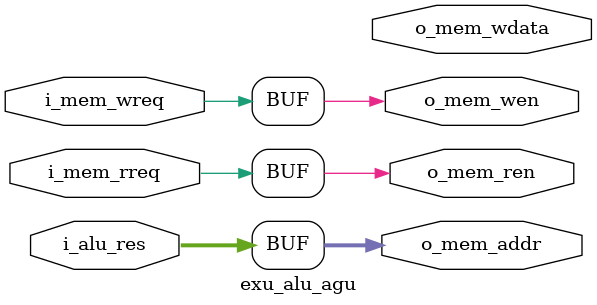
<source format=v>
 /*                                                                      
 Copyright 2025 Haoyu Tang, haoyu.tang@hotmail.com
                                                                         
 Licensed under the Apache License, Version 2.0 (the "License");         
 you may not use this file except in compliance with the License.        
 You may obtain a copy of the License at                                 
                                                                         
     http://www.apache.org/licenses/LICENSE-2.0                          
                                                                         
 Unless required by applicable law or agreed to in writing, software    
 distributed under the License is distributed on an "AS IS" BASIS,       
 WITHOUT WARRANTIES OR CONDITIONS OF ANY KIND, either express or implied.
 See the License for the specific language governing permissions and     
 limitations under the License.                                          
 */

 module exu_alu_agu #(
    parameter A =1
 ) (
    input i_mem_wreq,
    input i_mem_rreq,
    input [31:0] i_alu_res,
    output o_mem_wen,
    output [31:0] o_mem_addr,
    output [31:0] o_mem_wdata,
    output o_mem_ren
 );

   assign o_mem_ren = i_mem_rreq;
   assign o_mem_wen = i_mem_wreq;
   assign o_mem_addr = i_alu_res;
    
 endmodule
</source>
